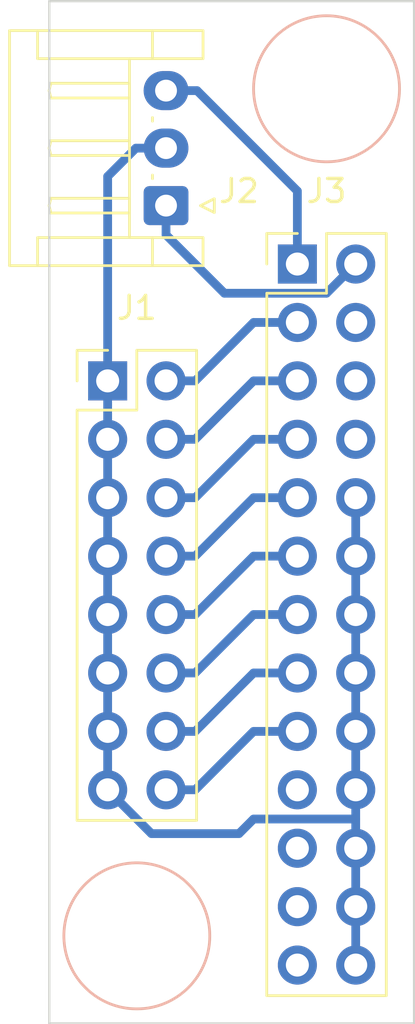
<source format=kicad_pcb>
(kicad_pcb (version 20171130) (host pcbnew "(5.1.5)-3")

  (general
    (thickness 1.6)
    (drawings 4)
    (tracks 54)
    (zones 0)
    (modules 5)
    (nets 12)
  )

  (page A4)
  (layers
    (0 F.Cu signal)
    (31 B.Cu signal)
    (32 B.Adhes user)
    (33 F.Adhes user)
    (34 B.Paste user)
    (35 F.Paste user)
    (36 B.SilkS user)
    (37 F.SilkS user)
    (38 B.Mask user)
    (39 F.Mask user)
    (40 Dwgs.User user)
    (41 Cmts.User user)
    (42 Eco1.User user)
    (43 Eco2.User user)
    (44 Edge.Cuts user)
    (45 Margin user)
    (46 B.CrtYd user)
    (47 F.CrtYd user)
    (48 B.Fab user hide)
    (49 F.Fab user hide)
  )

  (setup
    (last_trace_width 0.381)
    (user_trace_width 0.381)
    (trace_clearance 0.2032)
    (zone_clearance 0.508)
    (zone_45_only no)
    (trace_min 0.2)
    (via_size 0.762)
    (via_drill 0.381)
    (via_min_size 0.4)
    (via_min_drill 0.3)
    (user_via 0.635 0.381)
    (uvia_size 0.3)
    (uvia_drill 0.1)
    (uvias_allowed no)
    (uvia_min_size 0.2)
    (uvia_min_drill 0.1)
    (edge_width 0.05)
    (segment_width 0.2)
    (pcb_text_width 0.3)
    (pcb_text_size 1.5 1.5)
    (mod_edge_width 0.12)
    (mod_text_size 1 1)
    (mod_text_width 0.15)
    (pad_size 1.524 1.524)
    (pad_drill 0.762)
    (pad_to_mask_clearance 0.051)
    (solder_mask_min_width 0.25)
    (aux_axis_origin 0 0)
    (grid_origin 128.905 102.235)
    (visible_elements 7FFFFFFF)
    (pcbplotparams
      (layerselection 0x010fc_ffffffff)
      (usegerberextensions false)
      (usegerberattributes false)
      (usegerberadvancedattributes false)
      (creategerberjobfile false)
      (excludeedgelayer true)
      (linewidth 0.100000)
      (plotframeref false)
      (viasonmask false)
      (mode 1)
      (useauxorigin false)
      (hpglpennumber 1)
      (hpglpenspeed 20)
      (hpglpendiameter 15.000000)
      (psnegative false)
      (psa4output false)
      (plotreference true)
      (plotvalue true)
      (plotinvisibletext false)
      (padsonsilk false)
      (subtractmaskfromsilk false)
      (outputformat 1)
      (mirror false)
      (drillshape 0)
      (scaleselection 1)
      (outputdirectory ""))
  )

  (net 0 "")
  (net 1 GND)
  (net 2 /Aux8)
  (net 3 /Aux7)
  (net 4 /Aux6)
  (net 5 /Aux5)
  (net 6 /Aux4)
  (net 7 /Aux3)
  (net 8 /Aux2)
  (net 9 /Aux1)
  (net 10 /Pin1)
  (net 11 /Pin14)

  (net_class Default "This is the default net class."
    (clearance 0.2032)
    (trace_width 0.381)
    (via_dia 0.762)
    (via_drill 0.381)
    (uvia_dia 0.3)
    (uvia_drill 0.1)
    (add_net /Aux1)
    (add_net /Aux2)
    (add_net /Aux3)
    (add_net /Aux4)
    (add_net /Aux5)
    (add_net /Aux6)
    (add_net /Aux7)
    (add_net /Aux8)
    (add_net /Pin1)
    (add_net /Pin14)
    (add_net GND)
  )

  (module "0MiscParts:MountingHole _1-8_1-4" (layer F.Cu) (tedit 5E4292CA) (tstamp 5E972B5E)
    (at 132.715 98.425)
    (path /5EA0A85F)
    (fp_text reference H2 (at 0 2.032) (layer F.Fab)
      (effects (font (size 1 1) (thickness 0.15)))
    )
    (fp_text value MountingHole (at 0 -2.032) (layer F.Fab)
      (effects (font (size 1 1) (thickness 0.15)))
    )
    (fp_circle (center 0 0) (end 3.175 0) (layer B.SilkS) (width 0.12))
    (fp_circle (center 0 0) (end 3.175 0) (layer F.SilkS) (width 0.12))
    (pad "" np_thru_hole circle (at 0 0) (size 3.175 3.175) (drill 3.175) (layers *.Cu *.Mask))
  )

  (module "0MiscParts:MountingHole _1-8_1-4" (layer F.Cu) (tedit 5E4292CA) (tstamp 5E972B57)
    (at 140.97 61.595)
    (path /5EA0A50D)
    (fp_text reference H1 (at 0 2.032) (layer F.Fab)
      (effects (font (size 1 1) (thickness 0.15)))
    )
    (fp_text value MountingHole (at 0 -2.032) (layer F.Fab)
      (effects (font (size 1 1) (thickness 0.15)))
    )
    (fp_circle (center 0 0) (end 3.175 0) (layer B.SilkS) (width 0.12))
    (fp_circle (center 0 0) (end 3.175 0) (layer F.SilkS) (width 0.12))
    (pad "" np_thru_hole circle (at 0 0) (size 3.175 3.175) (drill 3.175) (layers *.Cu *.Mask))
  )

  (module 0MiscParts:PinHeader_2x13_P2.54mm_Vertical (layer F.Cu) (tedit 5E1D04FC) (tstamp 5E971EBE)
    (at 139.7 69.215)
    (descr "Through hole straight pin header, 2x13, 2.54mm pitch, double rows")
    (tags "Through hole pin header THT 2x13 2.54mm double row")
    (path /5E96C7FC)
    (fp_text reference J3 (at 1.27 -3.175) (layer F.SilkS)
      (effects (font (size 1 1) (thickness 0.15)))
    )
    (fp_text value Conn_02x13_Top_Bottom (at 1.27 32.81) (layer F.Fab)
      (effects (font (size 1 1) (thickness 0.15)))
    )
    (fp_text user %R (at 1.27 15.24 90) (layer F.Fab)
      (effects (font (size 1 1) (thickness 0.15)))
    )
    (fp_line (start 4.35 -1.8) (end -1.8 -1.8) (layer F.CrtYd) (width 0.05))
    (fp_line (start 4.35 32.25) (end 4.35 -1.8) (layer F.CrtYd) (width 0.05))
    (fp_line (start -1.8 32.25) (end 4.35 32.25) (layer F.CrtYd) (width 0.05))
    (fp_line (start -1.8 -1.8) (end -1.8 32.25) (layer F.CrtYd) (width 0.05))
    (fp_line (start -1.33 -1.33) (end 0 -1.33) (layer F.SilkS) (width 0.12))
    (fp_line (start -1.33 0) (end -1.33 -1.33) (layer F.SilkS) (width 0.12))
    (fp_line (start 1.27 -1.33) (end 3.87 -1.33) (layer F.SilkS) (width 0.12))
    (fp_line (start 1.27 1.27) (end 1.27 -1.33) (layer F.SilkS) (width 0.12))
    (fp_line (start -1.33 1.27) (end 1.27 1.27) (layer F.SilkS) (width 0.12))
    (fp_line (start 3.87 -1.33) (end 3.87 31.81) (layer F.SilkS) (width 0.12))
    (fp_line (start -1.33 1.27) (end -1.33 31.81) (layer F.SilkS) (width 0.12))
    (fp_line (start -1.33 31.81) (end 3.87 31.81) (layer F.SilkS) (width 0.12))
    (fp_line (start -1.27 0) (end 0 -1.27) (layer F.Fab) (width 0.1))
    (fp_line (start -1.27 31.75) (end -1.27 0) (layer F.Fab) (width 0.1))
    (fp_line (start 3.81 31.75) (end -1.27 31.75) (layer F.Fab) (width 0.1))
    (fp_line (start 3.81 -1.27) (end 3.81 31.75) (layer F.Fab) (width 0.1))
    (fp_line (start 0 -1.27) (end 3.81 -1.27) (layer F.Fab) (width 0.1))
    (pad 26 thru_hole oval (at 2.54 30.48) (size 1.7 1.7) (drill 1) (layers *.Cu *.Mask)
      (net 1 GND))
    (pad 13 thru_hole oval (at 0 30.48) (size 1.7 1.7) (drill 1) (layers *.Cu *.Mask))
    (pad 25 thru_hole oval (at 2.54 27.94) (size 1.7 1.7) (drill 1) (layers *.Cu *.Mask)
      (net 1 GND))
    (pad 12 thru_hole oval (at 0 27.94) (size 1.7 1.7) (drill 1) (layers *.Cu *.Mask))
    (pad 24 thru_hole oval (at 2.54 25.4) (size 1.7 1.7) (drill 1) (layers *.Cu *.Mask)
      (net 1 GND))
    (pad 11 thru_hole oval (at 0 25.4) (size 1.7 1.7) (drill 1) (layers *.Cu *.Mask))
    (pad 23 thru_hole oval (at 2.54 22.86) (size 1.7 1.7) (drill 1) (layers *.Cu *.Mask)
      (net 1 GND))
    (pad 10 thru_hole oval (at 0 22.86) (size 1.7 1.7) (drill 1) (layers *.Cu *.Mask))
    (pad 22 thru_hole oval (at 2.54 20.32) (size 1.7 1.7) (drill 1) (layers *.Cu *.Mask)
      (net 1 GND))
    (pad 9 thru_hole oval (at 0 20.32) (size 1.7 1.7) (drill 1) (layers *.Cu *.Mask)
      (net 2 /Aux8))
    (pad 21 thru_hole oval (at 2.54 17.78) (size 1.7 1.7) (drill 1) (layers *.Cu *.Mask)
      (net 1 GND))
    (pad 8 thru_hole oval (at 0 17.78) (size 1.7 1.7) (drill 1) (layers *.Cu *.Mask)
      (net 3 /Aux7))
    (pad 20 thru_hole oval (at 2.54 15.24) (size 1.7 1.7) (drill 1) (layers *.Cu *.Mask)
      (net 1 GND))
    (pad 7 thru_hole oval (at 0 15.24) (size 1.7 1.7) (drill 1) (layers *.Cu *.Mask)
      (net 4 /Aux6))
    (pad 19 thru_hole oval (at 2.54 12.7) (size 1.7 1.7) (drill 1) (layers *.Cu *.Mask)
      (net 1 GND))
    (pad 6 thru_hole oval (at 0 12.7) (size 1.7 1.7) (drill 1) (layers *.Cu *.Mask)
      (net 5 /Aux5))
    (pad 18 thru_hole oval (at 2.54 10.16) (size 1.7 1.7) (drill 1) (layers *.Cu *.Mask)
      (net 1 GND))
    (pad 5 thru_hole oval (at 0 10.16) (size 1.7 1.7) (drill 1) (layers *.Cu *.Mask)
      (net 6 /Aux4))
    (pad 17 thru_hole oval (at 2.54 7.62) (size 1.7 1.7) (drill 1) (layers *.Cu *.Mask))
    (pad 4 thru_hole oval (at 0 7.62) (size 1.7 1.7) (drill 1) (layers *.Cu *.Mask)
      (net 7 /Aux3))
    (pad 16 thru_hole oval (at 2.54 5.08) (size 1.7 1.7) (drill 1) (layers *.Cu *.Mask))
    (pad 3 thru_hole oval (at 0 5.08) (size 1.7 1.7) (drill 1) (layers *.Cu *.Mask)
      (net 8 /Aux2))
    (pad 15 thru_hole oval (at 2.54 2.54) (size 1.7 1.7) (drill 1) (layers *.Cu *.Mask))
    (pad 2 thru_hole oval (at 0 2.54) (size 1.7 1.7) (drill 1) (layers *.Cu *.Mask)
      (net 9 /Aux1))
    (pad 14 thru_hole oval (at 2.54 0) (size 1.7 1.7) (drill 1) (layers *.Cu *.Mask)
      (net 11 /Pin14))
    (pad 1 thru_hole rect (at 0 0) (size 1.7 1.7) (drill 1) (layers *.Cu *.Mask)
      (net 10 /Pin1))
    (model ${KISYS3DMOD}/Connector_PinHeader_2.54mm.3dshapes/PinHeader_2x13_P2.54mm_Vertical.wrl
      (at (xyz 0 0 0))
      (scale (xyz 1 1 1))
      (rotate (xyz 0 0 0))
    )
  )

  (module Connector_JST:JST_EH_S3B-EH_1x03_P2.50mm_Horizontal (layer F.Cu) (tedit 5C281425) (tstamp 5E971E8E)
    (at 133.985 66.675 90)
    (descr "JST EH series connector, S3B-EH (http://www.jst-mfg.com/product/pdf/eng/eEH.pdf), generated with kicad-footprint-generator")
    (tags "connector JST EH horizontal")
    (path /5E999BA6)
    (fp_text reference J2 (at 0.635 3.175 180) (layer F.SilkS)
      (effects (font (size 1 1) (thickness 0.15)))
    )
    (fp_text value Conn_01x03 (at 2.5 2.7 90) (layer F.Fab)
      (effects (font (size 1 1) (thickness 0.15)))
    )
    (fp_text user %R (at 2.5 -2.6 90) (layer F.Fab)
      (effects (font (size 1 1) (thickness 0.15)))
    )
    (fp_line (start 0 -1.407107) (end 0.5 -0.7) (layer F.Fab) (width 0.1))
    (fp_line (start -0.5 -0.7) (end 0 -1.407107) (layer F.Fab) (width 0.1))
    (fp_line (start 0.3 2.1) (end 0 1.5) (layer F.SilkS) (width 0.12))
    (fp_line (start -0.3 2.1) (end 0.3 2.1) (layer F.SilkS) (width 0.12))
    (fp_line (start 0 1.5) (end -0.3 2.1) (layer F.SilkS) (width 0.12))
    (fp_line (start 5.32 -1.59) (end 5 -1.59) (layer F.SilkS) (width 0.12))
    (fp_line (start 5.32 -5.01) (end 5.32 -1.59) (layer F.SilkS) (width 0.12))
    (fp_line (start 5 -5.09) (end 5.32 -5.01) (layer F.SilkS) (width 0.12))
    (fp_line (start 4.68 -5.01) (end 5 -5.09) (layer F.SilkS) (width 0.12))
    (fp_line (start 4.68 -1.59) (end 4.68 -5.01) (layer F.SilkS) (width 0.12))
    (fp_line (start 5 -1.59) (end 4.68 -1.59) (layer F.SilkS) (width 0.12))
    (fp_line (start 3.67 -0.59) (end 3.83 -0.59) (layer F.SilkS) (width 0.12))
    (fp_line (start 2.82 -1.59) (end 2.5 -1.59) (layer F.SilkS) (width 0.12))
    (fp_line (start 2.82 -5.01) (end 2.82 -1.59) (layer F.SilkS) (width 0.12))
    (fp_line (start 2.5 -5.09) (end 2.82 -5.01) (layer F.SilkS) (width 0.12))
    (fp_line (start 2.18 -5.01) (end 2.5 -5.09) (layer F.SilkS) (width 0.12))
    (fp_line (start 2.18 -1.59) (end 2.18 -5.01) (layer F.SilkS) (width 0.12))
    (fp_line (start 2.5 -1.59) (end 2.18 -1.59) (layer F.SilkS) (width 0.12))
    (fp_line (start 1.17 -0.59) (end 1.33 -0.59) (layer F.SilkS) (width 0.12))
    (fp_line (start 0.32 -1.59) (end 0 -1.59) (layer F.SilkS) (width 0.12))
    (fp_line (start 0.32 -5.01) (end 0.32 -1.59) (layer F.SilkS) (width 0.12))
    (fp_line (start 0 -5.09) (end 0.32 -5.01) (layer F.SilkS) (width 0.12))
    (fp_line (start -0.32 -5.01) (end 0 -5.09) (layer F.SilkS) (width 0.12))
    (fp_line (start -0.32 -1.59) (end -0.32 -5.01) (layer F.SilkS) (width 0.12))
    (fp_line (start 0 -1.59) (end -0.32 -1.59) (layer F.SilkS) (width 0.12))
    (fp_line (start -1.39 -1.59) (end 6.39 -1.59) (layer F.SilkS) (width 0.12))
    (fp_line (start 6.39 -0.59) (end 7.61 -0.59) (layer F.SilkS) (width 0.12))
    (fp_line (start 6.39 -5.59) (end 6.39 -0.59) (layer F.SilkS) (width 0.12))
    (fp_line (start 7.61 -5.59) (end 6.39 -5.59) (layer F.SilkS) (width 0.12))
    (fp_line (start -1.39 -0.59) (end -2.61 -0.59) (layer F.SilkS) (width 0.12))
    (fp_line (start -1.39 -5.59) (end -1.39 -0.59) (layer F.SilkS) (width 0.12))
    (fp_line (start -2.61 -5.59) (end -1.39 -5.59) (layer F.SilkS) (width 0.12))
    (fp_line (start 6.39 1.61) (end 6.39 -0.59) (layer F.SilkS) (width 0.12))
    (fp_line (start 7.61 1.61) (end 6.39 1.61) (layer F.SilkS) (width 0.12))
    (fp_line (start 7.61 -6.81) (end 7.61 1.61) (layer F.SilkS) (width 0.12))
    (fp_line (start -2.61 -6.81) (end 7.61 -6.81) (layer F.SilkS) (width 0.12))
    (fp_line (start -2.61 1.61) (end -2.61 -6.81) (layer F.SilkS) (width 0.12))
    (fp_line (start -1.39 1.61) (end -2.61 1.61) (layer F.SilkS) (width 0.12))
    (fp_line (start -1.39 -0.59) (end -1.39 1.61) (layer F.SilkS) (width 0.12))
    (fp_line (start 8 -7.2) (end -3 -7.2) (layer F.CrtYd) (width 0.05))
    (fp_line (start 8 2) (end 8 -7.2) (layer F.CrtYd) (width 0.05))
    (fp_line (start -3 2) (end 8 2) (layer F.CrtYd) (width 0.05))
    (fp_line (start -3 -7.2) (end -3 2) (layer F.CrtYd) (width 0.05))
    (fp_line (start 6.5 -0.7) (end -1.5 -0.7) (layer F.Fab) (width 0.1))
    (fp_line (start 6.5 1.5) (end 6.5 -0.7) (layer F.Fab) (width 0.1))
    (fp_line (start 7.5 1.5) (end 6.5 1.5) (layer F.Fab) (width 0.1))
    (fp_line (start 7.5 -6.7) (end 7.5 1.5) (layer F.Fab) (width 0.1))
    (fp_line (start -2.5 -6.7) (end 7.5 -6.7) (layer F.Fab) (width 0.1))
    (fp_line (start -2.5 1.5) (end -2.5 -6.7) (layer F.Fab) (width 0.1))
    (fp_line (start -1.5 1.5) (end -2.5 1.5) (layer F.Fab) (width 0.1))
    (fp_line (start -1.5 -0.7) (end -1.5 1.5) (layer F.Fab) (width 0.1))
    (pad 3 thru_hole oval (at 5 0 90) (size 1.7 1.95) (drill 0.95) (layers *.Cu *.Mask)
      (net 10 /Pin1))
    (pad 2 thru_hole oval (at 2.5 0 90) (size 1.7 1.95) (drill 0.95) (layers *.Cu *.Mask)
      (net 1 GND))
    (pad 1 thru_hole roundrect (at 0 0 90) (size 1.7 1.95) (drill 0.95) (layers *.Cu *.Mask) (roundrect_rratio 0.147059)
      (net 11 /Pin14))
    (model ${KISYS3DMOD}/Connector_JST.3dshapes/JST_EH_S3B-EH_1x03_P2.50mm_Horizontal.wrl
      (at (xyz 0 0 0))
      (scale (xyz 1 1 1))
      (rotate (xyz 0 0 0))
    )
  )

  (module Connector_PinHeader_2.54mm:PinHeader_2x08_P2.54mm_Vertical (layer F.Cu) (tedit 59FED5CC) (tstamp 5E97275C)
    (at 131.445 74.295)
    (descr "Through hole straight pin header, 2x08, 2.54mm pitch, double rows")
    (tags "Through hole pin header THT 2x08 2.54mm double row")
    (path /5E9F958A)
    (fp_text reference J1 (at 1.27 -3.175) (layer F.SilkS)
      (effects (font (size 1 1) (thickness 0.15)))
    )
    (fp_text value Conn_02x08_Odd_Even (at 1.27 20.11) (layer F.Fab)
      (effects (font (size 1 1) (thickness 0.15)))
    )
    (fp_text user %R (at 1.27 8.89 90) (layer F.Fab)
      (effects (font (size 1 1) (thickness 0.15)))
    )
    (fp_line (start 4.35 -1.8) (end -1.8 -1.8) (layer F.CrtYd) (width 0.05))
    (fp_line (start 4.35 19.55) (end 4.35 -1.8) (layer F.CrtYd) (width 0.05))
    (fp_line (start -1.8 19.55) (end 4.35 19.55) (layer F.CrtYd) (width 0.05))
    (fp_line (start -1.8 -1.8) (end -1.8 19.55) (layer F.CrtYd) (width 0.05))
    (fp_line (start -1.33 -1.33) (end 0 -1.33) (layer F.SilkS) (width 0.12))
    (fp_line (start -1.33 0) (end -1.33 -1.33) (layer F.SilkS) (width 0.12))
    (fp_line (start 1.27 -1.33) (end 3.87 -1.33) (layer F.SilkS) (width 0.12))
    (fp_line (start 1.27 1.27) (end 1.27 -1.33) (layer F.SilkS) (width 0.12))
    (fp_line (start -1.33 1.27) (end 1.27 1.27) (layer F.SilkS) (width 0.12))
    (fp_line (start 3.87 -1.33) (end 3.87 19.11) (layer F.SilkS) (width 0.12))
    (fp_line (start -1.33 1.27) (end -1.33 19.11) (layer F.SilkS) (width 0.12))
    (fp_line (start -1.33 19.11) (end 3.87 19.11) (layer F.SilkS) (width 0.12))
    (fp_line (start -1.27 0) (end 0 -1.27) (layer F.Fab) (width 0.1))
    (fp_line (start -1.27 19.05) (end -1.27 0) (layer F.Fab) (width 0.1))
    (fp_line (start 3.81 19.05) (end -1.27 19.05) (layer F.Fab) (width 0.1))
    (fp_line (start 3.81 -1.27) (end 3.81 19.05) (layer F.Fab) (width 0.1))
    (fp_line (start 0 -1.27) (end 3.81 -1.27) (layer F.Fab) (width 0.1))
    (pad 16 thru_hole oval (at 2.54 17.78) (size 1.7 1.7) (drill 1) (layers *.Cu *.Mask)
      (net 2 /Aux8))
    (pad 15 thru_hole oval (at 0 17.78) (size 1.7 1.7) (drill 1) (layers *.Cu *.Mask)
      (net 1 GND))
    (pad 14 thru_hole oval (at 2.54 15.24) (size 1.7 1.7) (drill 1) (layers *.Cu *.Mask)
      (net 3 /Aux7))
    (pad 13 thru_hole oval (at 0 15.24) (size 1.7 1.7) (drill 1) (layers *.Cu *.Mask)
      (net 1 GND))
    (pad 12 thru_hole oval (at 2.54 12.7) (size 1.7 1.7) (drill 1) (layers *.Cu *.Mask)
      (net 4 /Aux6))
    (pad 11 thru_hole oval (at 0 12.7) (size 1.7 1.7) (drill 1) (layers *.Cu *.Mask)
      (net 1 GND))
    (pad 10 thru_hole oval (at 2.54 10.16) (size 1.7 1.7) (drill 1) (layers *.Cu *.Mask)
      (net 5 /Aux5))
    (pad 9 thru_hole oval (at 0 10.16) (size 1.7 1.7) (drill 1) (layers *.Cu *.Mask)
      (net 1 GND))
    (pad 8 thru_hole oval (at 2.54 7.62) (size 1.7 1.7) (drill 1) (layers *.Cu *.Mask)
      (net 6 /Aux4))
    (pad 7 thru_hole oval (at 0 7.62) (size 1.7 1.7) (drill 1) (layers *.Cu *.Mask)
      (net 1 GND))
    (pad 6 thru_hole oval (at 2.54 5.08) (size 1.7 1.7) (drill 1) (layers *.Cu *.Mask)
      (net 7 /Aux3))
    (pad 5 thru_hole oval (at 0 5.08) (size 1.7 1.7) (drill 1) (layers *.Cu *.Mask)
      (net 1 GND))
    (pad 4 thru_hole oval (at 2.54 2.54) (size 1.7 1.7) (drill 1) (layers *.Cu *.Mask)
      (net 8 /Aux2))
    (pad 3 thru_hole oval (at 0 2.54) (size 1.7 1.7) (drill 1) (layers *.Cu *.Mask)
      (net 1 GND))
    (pad 2 thru_hole oval (at 2.54 0) (size 1.7 1.7) (drill 1) (layers *.Cu *.Mask)
      (net 9 /Aux1))
    (pad 1 thru_hole rect (at 0 0) (size 1.7 1.7) (drill 1) (layers *.Cu *.Mask)
      (net 1 GND))
    (model ${KISYS3DMOD}/Connector_PinHeader_2.54mm.3dshapes/PinHeader_2x08_P2.54mm_Vertical.wrl
      (at (xyz 0 0 0))
      (scale (xyz 1 1 1))
      (rotate (xyz 0 0 0))
    )
  )

  (gr_line (start 144.78 57.785) (end 144.78 102.235) (layer Edge.Cuts) (width 0.1))
  (gr_line (start 128.905 57.785) (end 144.78 57.785) (layer Edge.Cuts) (width 0.1))
  (gr_line (start 128.905 102.235) (end 128.905 57.785) (layer Edge.Cuts) (width 0.1))
  (gr_line (start 144.78 102.235) (end 128.905 102.235) (layer Edge.Cuts) (width 0.1))

  (segment (start 131.445 74.295) (end 131.445 76.835) (width 0.381) (layer B.Cu) (net 1))
  (segment (start 131.445 76.835) (end 131.445 79.375) (width 0.381) (layer B.Cu) (net 1))
  (segment (start 131.445 79.375) (end 131.445 81.915) (width 0.381) (layer B.Cu) (net 1))
  (segment (start 131.445 81.915) (end 131.445 84.455) (width 0.381) (layer B.Cu) (net 1))
  (segment (start 131.445 84.455) (end 131.445 86.995) (width 0.381) (layer B.Cu) (net 1))
  (segment (start 131.445 86.995) (end 131.445 89.535) (width 0.381) (layer B.Cu) (net 1))
  (segment (start 131.445 89.535) (end 131.445 92.075) (width 0.381) (layer B.Cu) (net 1))
  (segment (start 142.24 79.375) (end 142.24 81.915) (width 0.381) (layer B.Cu) (net 1))
  (segment (start 142.24 81.915) (end 142.24 84.455) (width 0.381) (layer B.Cu) (net 1))
  (segment (start 142.24 84.455) (end 142.24 86.995) (width 0.381) (layer B.Cu) (net 1))
  (segment (start 142.24 86.995) (end 142.24 89.535) (width 0.381) (layer B.Cu) (net 1))
  (segment (start 142.24 89.535) (end 142.24 92.075) (width 0.381) (layer B.Cu) (net 1))
  (segment (start 142.24 94.615) (end 142.24 97.155) (width 0.381) (layer B.Cu) (net 1))
  (segment (start 142.24 97.155) (end 142.24 99.695) (width 0.381) (layer B.Cu) (net 1))
  (segment (start 142.24 93.345) (end 137.795 93.345) (width 0.381) (layer B.Cu) (net 1))
  (segment (start 142.24 93.345) (end 142.24 94.615) (width 0.381) (layer B.Cu) (net 1))
  (segment (start 142.24 92.075) (end 142.24 93.345) (width 0.381) (layer B.Cu) (net 1))
  (segment (start 137.795 93.345) (end 137.16 93.98) (width 0.381) (layer B.Cu) (net 1))
  (segment (start 133.35 93.98) (end 131.445 92.075) (width 0.381) (layer B.Cu) (net 1))
  (segment (start 137.16 93.98) (end 133.35 93.98) (width 0.381) (layer B.Cu) (net 1))
  (segment (start 133.985 64.175) (end 132.675 64.175) (width 0.381) (layer B.Cu) (net 1))
  (segment (start 131.445 65.405) (end 131.445 74.295) (width 0.381) (layer B.Cu) (net 1))
  (segment (start 132.675 64.175) (end 131.445 65.405) (width 0.381) (layer B.Cu) (net 1))
  (segment (start 133.985 92.075) (end 135.255 92.075) (width 0.381) (layer B.Cu) (net 2))
  (segment (start 135.255 92.075) (end 137.795 89.535) (width 0.381) (layer B.Cu) (net 2))
  (segment (start 137.795 89.535) (end 139.7 89.535) (width 0.381) (layer B.Cu) (net 2))
  (segment (start 133.985 89.535) (end 135.255 89.535) (width 0.381) (layer B.Cu) (net 3))
  (segment (start 135.255 89.535) (end 137.795 86.995) (width 0.381) (layer B.Cu) (net 3))
  (segment (start 137.795 86.995) (end 139.7 86.995) (width 0.381) (layer B.Cu) (net 3))
  (segment (start 133.985 86.995) (end 135.255 86.995) (width 0.381) (layer B.Cu) (net 4))
  (segment (start 135.255 86.995) (end 137.795 84.455) (width 0.381) (layer B.Cu) (net 4))
  (segment (start 137.795 84.455) (end 139.7 84.455) (width 0.381) (layer B.Cu) (net 4))
  (segment (start 133.985 84.455) (end 135.255 84.455) (width 0.381) (layer B.Cu) (net 5))
  (segment (start 135.255 84.455) (end 137.795 81.915) (width 0.381) (layer B.Cu) (net 5))
  (segment (start 137.795 81.915) (end 139.7 81.915) (width 0.381) (layer B.Cu) (net 5))
  (segment (start 133.985 81.915) (end 135.255 81.915) (width 0.381) (layer B.Cu) (net 6))
  (segment (start 135.255 81.915) (end 137.795 79.375) (width 0.381) (layer B.Cu) (net 6))
  (segment (start 137.795 79.375) (end 139.7 79.375) (width 0.381) (layer B.Cu) (net 6))
  (segment (start 133.985 79.375) (end 135.255 79.375) (width 0.381) (layer B.Cu) (net 7))
  (segment (start 135.255 79.375) (end 137.795 76.835) (width 0.381) (layer B.Cu) (net 7))
  (segment (start 137.795 76.835) (end 139.7 76.835) (width 0.381) (layer B.Cu) (net 7))
  (segment (start 133.985 76.835) (end 135.255 76.835) (width 0.381) (layer B.Cu) (net 8))
  (segment (start 135.255 76.835) (end 137.795 74.295) (width 0.381) (layer B.Cu) (net 8))
  (segment (start 137.795 74.295) (end 139.7 74.295) (width 0.381) (layer B.Cu) (net 8))
  (segment (start 133.985 74.295) (end 135.255 74.295) (width 0.381) (layer B.Cu) (net 9))
  (segment (start 137.795 71.755) (end 139.7 71.755) (width 0.381) (layer B.Cu) (net 9))
  (segment (start 135.255 74.295) (end 137.795 71.755) (width 0.381) (layer B.Cu) (net 9))
  (segment (start 133.985 61.675) (end 135.335 61.675) (width 0.381) (layer B.Cu) (net 10))
  (segment (start 139.7 66.04) (end 139.7 69.215) (width 0.381) (layer B.Cu) (net 10))
  (segment (start 135.335 61.675) (end 139.7 66.04) (width 0.381) (layer B.Cu) (net 10))
  (segment (start 133.985 66.675) (end 133.985 67.945) (width 0.381) (layer B.Cu) (net 11))
  (segment (start 133.985 67.945) (end 136.525 70.485) (width 0.381) (layer B.Cu) (net 11))
  (segment (start 140.97 70.485) (end 142.24 69.215) (width 0.381) (layer B.Cu) (net 11))
  (segment (start 136.525 70.485) (end 140.97 70.485) (width 0.381) (layer B.Cu) (net 11))

)

</source>
